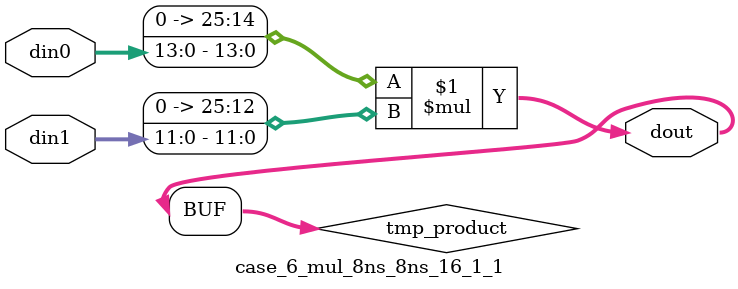
<source format=v>

`timescale 1 ns / 1 ps

 (* use_dsp = "no" *)  module case_6_mul_8ns_8ns_16_1_1(din0, din1, dout);
parameter ID = 1;
parameter NUM_STAGE = 0;
parameter din0_WIDTH = 14;
parameter din1_WIDTH = 12;
parameter dout_WIDTH = 26;

input [din0_WIDTH - 1 : 0] din0; 
input [din1_WIDTH - 1 : 0] din1; 
output [dout_WIDTH - 1 : 0] dout;

wire signed [dout_WIDTH - 1 : 0] tmp_product;
























assign tmp_product = $signed({1'b0, din0}) * $signed({1'b0, din1});











assign dout = tmp_product;





















endmodule

</source>
